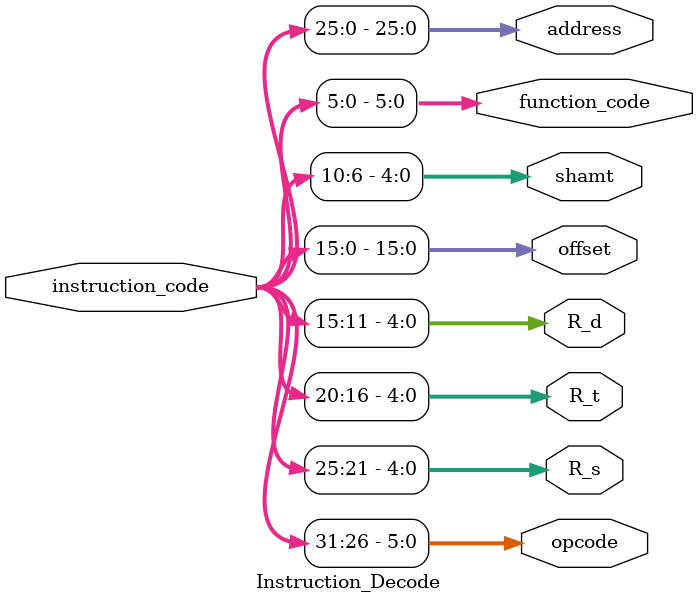
<source format=v>
`timescale 1ns / 1ps


module Instruction_Decode(
    input [31:0] instruction_code,
    output [5:0] opcode,
    output [4:0] R_s,
    output [4:0] R_t,
    output [4:0] R_d,
    output [15:0] offset,
    output [4:0] shamt,
    output [5:0] function_code,
    output [25:0] address
    );
    
    
    assign opcode = instruction_code[31:26];
    assign R_s = instruction_code[25:21];
    assign R_t = instruction_code[20:16];
    assign R_d = instruction_code[15:11];
    assign offset = instruction_code[15:0];
    assign shamt = instruction_code[10:6];
    assign function_code  = instruction_code[5:0];
    assign address = instruction_code[25:0];
    
endmodule

</source>
